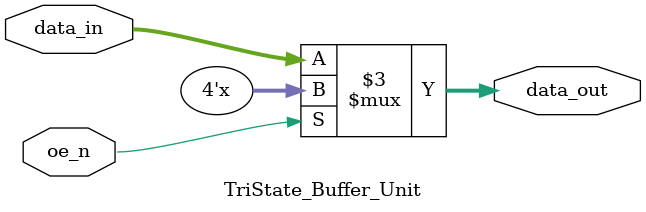
<source format=sv>
module TriState_AND(
    input oe_n,       // 低有效使能
    input [3:0] x, y,
    output [3:0] z
);
    // 内部连线
    wire [3:0] and_result;
    
    // 实例化AND逻辑子模块
    Logic_AND_Unit and_unit (
        .x_in(x),
        .y_in(y),
        .result(and_result)
    );
    
    // 实例化三态缓冲控制子模块
    TriState_Buffer_Unit tri_buffer (
        .data_in(and_result),
        .oe_n(oe_n),
        .data_out(z)
    );
    
endmodule

// 逻辑与运算子模块
module Logic_AND_Unit (
    input [3:0] x_in,
    input [3:0] y_in,
    output [3:0] result
);
    // 参数化实现，便于后续扩展位宽
    parameter WIDTH = 4;
    
    // 执行与操作
    assign result = x_in & y_in;
    
endmodule

// 三态缓冲控制子模块
module TriState_Buffer_Unit (
    input [3:0] data_in,
    input oe_n,
    output reg [3:0] data_out
);
    // 参数化实现，便于后续扩展位宽
    parameter WIDTH = 4;
    
    // 使用always块替代条件运算符，根据使能信号控制输出
    always @(*)
    begin
        if (oe_n)
            data_out = {WIDTH{1'bz}};
        else
            data_out = data_in;
    end
    
endmodule
</source>
